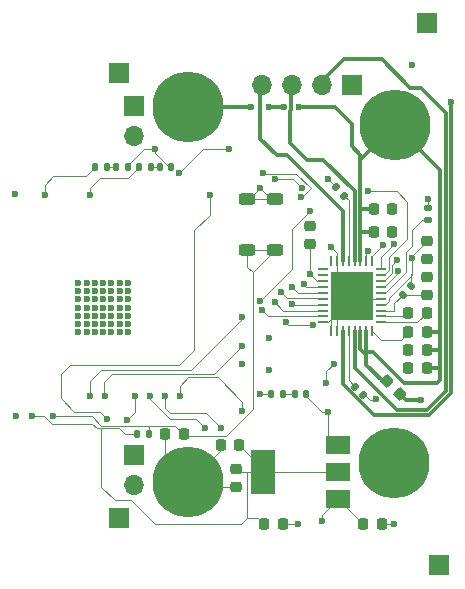
<source format=gbr>
%TF.GenerationSoftware,KiCad,Pcbnew,(6.0.0)*%
%TF.CreationDate,2022-03-11T17:00:34+01:00*%
%TF.ProjectId,CompactMotor,436f6d70-6163-4744-9d6f-746f722e6b69,rev?*%
%TF.SameCoordinates,Original*%
%TF.FileFunction,Copper,L4,Bot*%
%TF.FilePolarity,Positive*%
%FSLAX46Y46*%
G04 Gerber Fmt 4.6, Leading zero omitted, Abs format (unit mm)*
G04 Created by KiCad (PCBNEW (6.0.0)) date 2022-03-11 17:00:34*
%MOMM*%
%LPD*%
G01*
G04 APERTURE LIST*
G04 Aperture macros list*
%AMRoundRect*
0 Rectangle with rounded corners*
0 $1 Rounding radius*
0 $2 $3 $4 $5 $6 $7 $8 $9 X,Y pos of 4 corners*
0 Add a 4 corners polygon primitive as box body*
4,1,4,$2,$3,$4,$5,$6,$7,$8,$9,$2,$3,0*
0 Add four circle primitives for the rounded corners*
1,1,$1+$1,$2,$3*
1,1,$1+$1,$4,$5*
1,1,$1+$1,$6,$7*
1,1,$1+$1,$8,$9*
0 Add four rect primitives between the rounded corners*
20,1,$1+$1,$2,$3,$4,$5,0*
20,1,$1+$1,$4,$5,$6,$7,0*
20,1,$1+$1,$6,$7,$8,$9,0*
20,1,$1+$1,$8,$9,$2,$3,0*%
G04 Aperture macros list end*
%TA.AperFunction,SMDPad,CuDef*%
%ADD10RoundRect,0.147500X0.147500X0.172500X-0.147500X0.172500X-0.147500X-0.172500X0.147500X-0.172500X0*%
%TD*%
%TA.AperFunction,ComponentPad*%
%ADD11C,6.000000*%
%TD*%
%TA.AperFunction,ComponentPad*%
%ADD12R,1.700000X1.700000*%
%TD*%
%TA.AperFunction,SMDPad,CuDef*%
%ADD13RoundRect,0.135000X-0.135000X-0.185000X0.135000X-0.185000X0.135000X0.185000X-0.135000X0.185000X0*%
%TD*%
%TA.AperFunction,ComponentPad*%
%ADD14O,1.700000X1.700000*%
%TD*%
%TA.AperFunction,SMDPad,CuDef*%
%ADD15RoundRect,0.135000X0.226274X0.035355X0.035355X0.226274X-0.226274X-0.035355X-0.035355X-0.226274X0*%
%TD*%
%TA.AperFunction,SMDPad,CuDef*%
%ADD16RoundRect,0.225000X0.225000X0.250000X-0.225000X0.250000X-0.225000X-0.250000X0.225000X-0.250000X0*%
%TD*%
%TA.AperFunction,SMDPad,CuDef*%
%ADD17RoundRect,0.225000X-0.225000X-0.250000X0.225000X-0.250000X0.225000X0.250000X-0.225000X0.250000X0*%
%TD*%
%TA.AperFunction,SMDPad,CuDef*%
%ADD18RoundRect,0.225000X-0.250000X0.225000X-0.250000X-0.225000X0.250000X-0.225000X0.250000X0.225000X0*%
%TD*%
%TA.AperFunction,SMDPad,CuDef*%
%ADD19R,2.000000X1.500000*%
%TD*%
%TA.AperFunction,SMDPad,CuDef*%
%ADD20R,2.000000X3.800000*%
%TD*%
%TA.AperFunction,SMDPad,CuDef*%
%ADD21RoundRect,0.250000X-0.450000X-0.250000X0.450000X-0.250000X0.450000X0.250000X-0.450000X0.250000X0*%
%TD*%
%TA.AperFunction,SMDPad,CuDef*%
%ADD22RoundRect,0.135000X-0.185000X0.135000X-0.185000X-0.135000X0.185000X-0.135000X0.185000X0.135000X0*%
%TD*%
%TA.AperFunction,SMDPad,CuDef*%
%ADD23RoundRect,0.062500X-0.362500X-0.062500X0.362500X-0.062500X0.362500X0.062500X-0.362500X0.062500X0*%
%TD*%
%TA.AperFunction,SMDPad,CuDef*%
%ADD24RoundRect,0.062500X-0.062500X-0.362500X0.062500X-0.362500X0.062500X0.362500X-0.062500X0.362500X0*%
%TD*%
%TA.AperFunction,SMDPad,CuDef*%
%ADD25R,3.600000X4.100000*%
%TD*%
%TA.AperFunction,SMDPad,CuDef*%
%ADD26RoundRect,0.225000X0.335876X0.017678X0.017678X0.335876X-0.335876X-0.017678X-0.017678X-0.335876X0*%
%TD*%
%TA.AperFunction,SMDPad,CuDef*%
%ADD27RoundRect,0.135000X0.035355X-0.226274X0.226274X-0.035355X-0.035355X0.226274X-0.226274X0.035355X0*%
%TD*%
%TA.AperFunction,SMDPad,CuDef*%
%ADD28RoundRect,0.225000X0.250000X-0.225000X0.250000X0.225000X-0.250000X0.225000X-0.250000X-0.225000X0*%
%TD*%
%TA.AperFunction,ViaPad*%
%ADD29C,0.600000*%
%TD*%
%TA.AperFunction,Conductor*%
%ADD30C,0.120000*%
%TD*%
%TA.AperFunction,Conductor*%
%ADD31C,0.300000*%
%TD*%
G04 APERTURE END LIST*
D10*
%TO.P,D3,1,K*%
%TO.N,GNDREF*%
X3914000Y-9779000D03*
%TO.P,D3,2,A*%
%TO.N,Net-(D3-Pad2)*%
X2944000Y-9779000D03*
%TD*%
%TO.P,D2,1,K*%
%TO.N,GNDREF*%
X7597000Y-9779000D03*
%TO.P,D2,2,A*%
%TO.N,Net-(D2-Pad2)*%
X6627000Y-9779000D03*
%TD*%
%TO.P,D1,1,K*%
%TO.N,GNDREF*%
X19027000Y-28956000D03*
%TO.P,D1,2,A*%
%TO.N,Net-(D1-Pad2)*%
X18057000Y-28956000D03*
%TD*%
D11*
%TO.P, ,*%
%TO.N,VM*%
X26543000Y-6223000D03*
%TD*%
%TO.P, ,*%
%TO.N,GNDREF*%
X26416000Y-34798000D03*
%TD*%
%TO.P, ,*%
%TO.N,VM*%
X9017000Y-4699000D03*
%TD*%
%TO.P, ,*%
%TO.N,GNDREF*%
X9017000Y-36449000D03*
%TD*%
D12*
%TO.P,J8,1,Pin_1*%
%TO.N,STALLPLUS*%
X3175000Y-39497000D03*
%TD*%
D13*
%TO.P,R1,1*%
%TO.N,5V0*%
X16000000Y-28956000D03*
%TO.P,R1,2*%
%TO.N,Net-(D1-Pad2)*%
X17020000Y-28956000D03*
%TD*%
D12*
%TO.P,J2,1,Pin_1*%
%TO.N,RXD0*%
X4445000Y-4567000D03*
D14*
%TO.P,J2,2,Pin_2*%
%TO.N,TXD0*%
X4445000Y-7107000D03*
%TD*%
D13*
%TO.P,R6,1*%
%TO.N,3V3*%
X4697000Y-32385000D03*
%TO.P,R6,2*%
%TO.N,EN*%
X5717000Y-32385000D03*
%TD*%
D15*
%TO.P,R4,1*%
%TO.N,GNDREF*%
X23855624Y-29062624D03*
%TO.P,R4,2*%
%TO.N,Net-(R4-Pad2)*%
X23134376Y-28341376D03*
%TD*%
D16*
%TO.P,C9,1*%
%TO.N,EN*%
X8649000Y-32385000D03*
%TO.P,C9,2*%
%TO.N,GNDREF*%
X7099000Y-32385000D03*
%TD*%
D17*
%TO.P,C12,1*%
%TO.N,VM*%
X24752000Y-15240000D03*
%TO.P,C12,2*%
%TO.N,GNDREF*%
X26302000Y-15240000D03*
%TD*%
%TO.P,C2,1*%
%TO.N,3V3*%
X15481000Y-40005000D03*
%TO.P,C2,2*%
%TO.N,GNDREF*%
X17031000Y-40005000D03*
%TD*%
D16*
%TO.P,C7,1*%
%TO.N,VM*%
X29223000Y-23736000D03*
%TO.P,C7,2*%
%TO.N,Net-(C7-Pad2)*%
X27673000Y-23736000D03*
%TD*%
D18*
%TO.P,C10,1*%
%TO.N,3V3*%
X13081000Y-35293000D03*
%TO.P,C10,2*%
%TO.N,GNDREF*%
X13081000Y-36843000D03*
%TD*%
D12*
%TO.P,J7,1,Pin_1*%
%TO.N,5V0*%
X3175000Y-1778000D03*
%TD*%
D19*
%TO.P,U2,1,GND*%
%TO.N,GNDREF*%
X21692000Y-33260000D03*
D20*
%TO.P,U2,2,VO*%
%TO.N,3V3*%
X15392000Y-35560000D03*
D19*
X21692000Y-35560000D03*
%TO.P,U2,3,VI*%
%TO.N,5V0*%
X21692000Y-37860000D03*
%TD*%
D12*
%TO.P,J6,1,Pin_1*%
%TO.N,STALLMINUS*%
X30226000Y-43434000D03*
%TD*%
%TO.P,J1,1,Pin_1*%
%TO.N,Net-(J1-Pad1)*%
X22860000Y-2794000D03*
D14*
%TO.P,J1,2,Pin_2*%
%TO.N,Net-(J1-Pad2)*%
X20320000Y-2794000D03*
%TO.P,J1,3,Pin_3*%
%TO.N,Net-(J1-Pad3)*%
X17780000Y-2794000D03*
%TO.P,J1,4,Pin_4*%
%TO.N,Net-(J1-Pad4)*%
X15240000Y-2794000D03*
%TD*%
D13*
%TO.P,R7,1*%
%TO.N,Net-(R7-Pad1)*%
X4824000Y-9779000D03*
%TO.P,R7,2*%
%TO.N,Net-(D2-Pad2)*%
X5844000Y-9779000D03*
%TD*%
D16*
%TO.P,C11,1*%
%TO.N,3V3*%
X13348000Y-33274000D03*
%TO.P,C11,2*%
%TO.N,GNDREF*%
X11798000Y-33274000D03*
%TD*%
D21*
%TO.P,SW1,1,1*%
%TO.N,EN*%
X16383000Y-16764000D03*
X13983000Y-16764000D03*
%TO.P,SW1,2,2*%
%TO.N,GNDREF*%
X16383000Y-12464000D03*
X13983000Y-12464000D03*
%TD*%
D16*
%TO.P,C13,1*%
%TO.N,GNDREF*%
X26302000Y-13335000D03*
%TO.P,C13,2*%
%TO.N,VM*%
X24752000Y-13335000D03*
%TD*%
D22*
%TO.P,R2,1*%
%TO.N,5V0*%
X29337000Y-13206000D03*
%TO.P,R2,2*%
%TO.N,Net-(R2-Pad2)*%
X29337000Y-14226000D03*
%TD*%
D18*
%TO.P,C5,1*%
%TO.N,GNDREF*%
X29210000Y-19037000D03*
%TO.P,C5,2*%
%TO.N,Net-(C5-Pad2)*%
X29210000Y-20587000D03*
%TD*%
D23*
%TO.P,U3,1,CLK*%
%TO.N,GNDREF*%
X20410000Y-22900000D03*
%TO.P,U3,2,~{CS}_CFG3*%
%TO.N,CS*%
X20410000Y-22400000D03*
%TO.P,U3,3,SCK_CFG2*%
%TO.N,SCK*%
X20410000Y-21900000D03*
%TO.P,U3,4,SDI_CFG1*%
%TO.N,MOSI*%
X20410000Y-21400000D03*
%TO.P,U3,5,SDO_CFG0*%
%TO.N,MISO*%
X20410000Y-20900000D03*
%TO.P,U3,6,STEP*%
%TO.N,STEP*%
X20410000Y-20400000D03*
%TO.P,U3,7,DIR*%
%TO.N,DIR*%
X20410000Y-19900000D03*
%TO.P,U3,8,VCC_IO*%
%TO.N,5V0*%
X20410000Y-19400000D03*
%TO.P,U3,9,DNC*%
%TO.N,unconnected-(U3-Pad9)*%
X20410000Y-18900000D03*
%TO.P,U3,10,SPI_MODE*%
%TO.N,SPI_MODE*%
X20410000Y-18400000D03*
D24*
%TO.P,U3,11,NC*%
%TO.N,unconnected-(U3-Pad11)*%
X21110000Y-17700000D03*
%TO.P,U3,12,GNDP*%
%TO.N,GNDREF*%
X21610000Y-17700000D03*
%TO.P,U3,13,OB1*%
%TO.N,Net-(J1-Pad4)*%
X22110000Y-17700000D03*
%TO.P,U3,14,BRB*%
%TO.N,Net-(R5-Pad1)*%
X22610000Y-17700000D03*
%TO.P,U3,15,OB2*%
%TO.N,Net-(J1-Pad3)*%
X23110000Y-17700000D03*
%TO.P,U3,16,VS*%
%TO.N,VM*%
X23610000Y-17700000D03*
%TO.P,U3,17,DCO*%
%TO.N,DC0*%
X24110000Y-17700000D03*
%TO.P,U3,18,DCEN_CFG4*%
%TO.N,DCEN_CFG4*%
X24610000Y-17700000D03*
D23*
%TO.P,U3,19,DCIN_CFG5*%
%TO.N,DCIN_CFG5*%
X25310000Y-18400000D03*
%TO.P,U3,20,DIAG0*%
%TO.N,DIAG0*%
X25310000Y-18900000D03*
%TO.P,U3,21,DIAG1*%
%TO.N,DIAG1*%
X25310000Y-19400000D03*
%TO.P,U3,22,~{DRV_EN}_CFG6*%
%TO.N,TMC_EN*%
X25310000Y-19900000D03*
%TO.P,U3,23,AIN_IREF*%
%TO.N,Net-(R2-Pad2)*%
X25310000Y-20400000D03*
%TO.P,U3,24,GNDA*%
%TO.N,GNDREF*%
X25310000Y-20900000D03*
%TO.P,U3,25,5VOUT*%
%TO.N,5V0*%
X25310000Y-21400000D03*
%TO.P,U3,26,VCC*%
%TO.N,Net-(C5-Pad2)*%
X25310000Y-21900000D03*
%TO.P,U3,27,CPO*%
%TO.N,Net-(C3-Pad2)*%
X25310000Y-22400000D03*
%TO.P,U3,28,CPI*%
%TO.N,Net-(C3-Pad1)*%
X25310000Y-22900000D03*
D24*
%TO.P,U3,29,VCP*%
%TO.N,Net-(C7-Pad2)*%
X24610000Y-23600000D03*
%TO.P,U3,30,VSA*%
%TO.N,VM*%
X24110000Y-23600000D03*
%TO.P,U3,31,VS*%
X23610000Y-23600000D03*
%TO.P,U3,32,OA2*%
%TO.N,Net-(J1-Pad2)*%
X23110000Y-23600000D03*
%TO.P,U3,33,BRA*%
%TO.N,Net-(R4-Pad2)*%
X22610000Y-23600000D03*
%TO.P,U3,34,OA1*%
%TO.N,Net-(J1-Pad1)*%
X22110000Y-23600000D03*
%TO.P,U3,35,GNDP*%
%TO.N,GNDREF*%
X21610000Y-23600000D03*
%TO.P,U3,36,TST_MODE*%
X21110000Y-23600000D03*
D25*
%TO.P,U3,37,EP*%
X22860000Y-20650000D03*
%TD*%
D16*
%TO.P,C3,1*%
%TO.N,Net-(C3-Pad1)*%
X29223000Y-22098000D03*
%TO.P,C3,2*%
%TO.N,Net-(C3-Pad2)*%
X27673000Y-22098000D03*
%TD*%
D12*
%TO.P,J5,1,Pin_1*%
%TO.N,5V0*%
X29210000Y2413000D03*
%TD*%
D15*
%TO.P,R5,1*%
%TO.N,Net-(R5-Pad1)*%
X22225000Y-12192000D03*
%TO.P,R5,2*%
%TO.N,GNDREF*%
X21503752Y-11470752D03*
%TD*%
D26*
%TO.P,C8,1*%
%TO.N,GNDREF*%
X26964008Y-28996008D03*
%TO.P,C8,2*%
%TO.N,VM*%
X25867992Y-27899992D03*
%TD*%
D13*
%TO.P,R8,1*%
%TO.N,Net-(R8-Pad1)*%
X1141000Y-9779000D03*
%TO.P,R8,2*%
%TO.N,Net-(D3-Pad2)*%
X2161000Y-9779000D03*
%TD*%
D18*
%TO.P,C4,1*%
%TO.N,GNDREF*%
X19304000Y-14719000D03*
%TO.P,C4,2*%
%TO.N,5V0*%
X19304000Y-16269000D03*
%TD*%
D16*
%TO.P,C14,1*%
%TO.N,VM*%
X29223000Y-25260000D03*
%TO.P,C14,2*%
%TO.N,GNDREF*%
X27673000Y-25260000D03*
%TD*%
D17*
%TO.P,C1,1*%
%TO.N,5V0*%
X23863000Y-40005000D03*
%TO.P,C1,2*%
%TO.N,GNDREF*%
X25413000Y-40005000D03*
%TD*%
D27*
%TO.P,R3,1*%
%TO.N,Net-(C5-Pad2)*%
X27198376Y-20553624D03*
%TO.P,R3,2*%
%TO.N,5V0*%
X27919624Y-19832376D03*
%TD*%
D17*
%TO.P,C15,1*%
%TO.N,GNDREF*%
X27673000Y-26784000D03*
%TO.P,C15,2*%
%TO.N,VM*%
X29223000Y-26784000D03*
%TD*%
D28*
%TO.P,C6,1*%
%TO.N,GNDREF*%
X29210000Y-17539000D03*
%TO.P,C6,2*%
%TO.N,5V0*%
X29210000Y-15989000D03*
%TD*%
D12*
%TO.P,J3,1,Pin_1*%
%TO.N,GNDREF*%
X4445000Y-34163000D03*
D14*
%TO.P,J3,2,Pin_2*%
%TO.N,IO0*%
X4445000Y-36703000D03*
%TD*%
D29*
%TO.N,5V0*%
X19304000Y-18796000D03*
X15113000Y-28956000D03*
X29210000Y-15989000D03*
X29337000Y-12446000D03*
X20320000Y-39751000D03*
X27940000Y-1143000D03*
X27940000Y-17456000D03*
%TO.N,GNDREF*%
X1128000Y-23750000D03*
X-272000Y-21650000D03*
X13589000Y-26416000D03*
X428000Y-22350000D03*
X19304000Y-14732000D03*
X21360000Y-22150000D03*
X23610000Y-20650000D03*
X1828000Y-20250000D03*
X24360000Y-22150000D03*
X1828000Y-22350000D03*
X428000Y-20950000D03*
X21082000Y-16510000D03*
X1828000Y-23050000D03*
X2528000Y-20950000D03*
X1828000Y-23750000D03*
X1828000Y-21650000D03*
X3928000Y-20950000D03*
X23610000Y-22150000D03*
X3928000Y-23750000D03*
X24360000Y-19150000D03*
X20828000Y-10795000D03*
X-5669550Y-12065000D03*
X29210000Y-17526000D03*
X2528000Y-22350000D03*
X3228000Y-23750000D03*
X-272000Y-20250000D03*
X21360000Y-19900000D03*
X1828000Y-20950000D03*
X428000Y-23050000D03*
X22860000Y-20650000D03*
X-272000Y-20950000D03*
X3228000Y-20250000D03*
X18288000Y-40005000D03*
X22860000Y-21400000D03*
X428000Y-19550000D03*
X27686000Y-25260000D03*
X-5588000Y-30861000D03*
X23610000Y-19150000D03*
X15875000Y-24257000D03*
X3928000Y-20250000D03*
X2528000Y-23750000D03*
X3228000Y-19550000D03*
X15113000Y-11557000D03*
X21360000Y-21400000D03*
X2528000Y-21650000D03*
X2528000Y-23050000D03*
X1128000Y-23050000D03*
X20828000Y-30480000D03*
X-272000Y-19550000D03*
X29210000Y-19050000D03*
X27686000Y-26784000D03*
X24360000Y-21400000D03*
X428000Y-20250000D03*
X26289000Y-13335000D03*
X24360000Y-19900000D03*
X-272000Y-23050000D03*
X21360000Y-19150000D03*
X3928000Y-21650000D03*
X3228000Y-21650000D03*
X22110000Y-20650000D03*
X26289000Y-15240000D03*
X22110000Y-19900000D03*
X22110000Y-19150000D03*
X1128000Y-20250000D03*
X1128000Y-20950000D03*
X24360000Y-20650000D03*
X24892000Y-29402500D03*
X26416000Y-40005000D03*
X15875000Y-26924000D03*
X1128000Y-19550000D03*
X22860000Y-19900000D03*
X22860000Y-19150000D03*
X23610000Y-21400000D03*
X3228000Y-20950000D03*
X1828000Y-19550000D03*
X22860000Y-22150000D03*
X3228000Y-23050000D03*
X2528000Y-19550000D03*
X2528000Y-20250000D03*
X22110000Y-21400000D03*
X1128000Y-21650000D03*
X428000Y-21650000D03*
X428000Y-23750000D03*
X6223000Y-8255000D03*
X-272000Y-23750000D03*
X1128000Y-22350000D03*
X-272000Y-22350000D03*
X21360000Y-20650000D03*
X3928000Y-23050000D03*
X3228000Y-22350000D03*
X22110000Y-22150000D03*
X23610000Y-19900000D03*
X3928000Y-19550000D03*
X3928000Y-22350000D03*
X28702000Y-29464000D03*
%TO.N,3V3*%
X-4191000Y-30861000D03*
%TO.N,EN*%
X-2413000Y-30861000D03*
%TO.N,IO0*%
X2159000Y-31115000D03*
X10838000Y-12150000D03*
%TO.N,STALLPLUS*%
X5758000Y-29150000D03*
X10414000Y-31848500D03*
%TO.N,STALLMINUS*%
X11811000Y-31877000D03*
X7028000Y-29150000D03*
%TO.N,SCK*%
X16383000Y-21209000D03*
%TO.N,DIR*%
X18669000Y-11557000D03*
X18796000Y-19685000D03*
X16411500Y-10795000D03*
%TO.N,STEP*%
X18542000Y-12319000D03*
X17850015Y-19939000D03*
X15367000Y-10258500D03*
%TO.N,TMC_EN*%
X12446000Y-8255000D03*
X26785876Y-18542990D03*
X8255000Y-10258500D03*
%TO.N,CS*%
X15240000Y-21844000D03*
%TO.N,MISO*%
X16891004Y-20320000D03*
%TO.N,MOSI*%
X17780000Y-21336000D03*
%TO.N,DC0*%
X20701000Y-28067000D03*
X24257000Y-16891000D03*
X21336000Y-26416000D03*
X8298000Y-29150000D03*
X13610558Y-30374558D03*
%TO.N,DCEN_CFG4*%
X25527000Y-16383000D03*
%TO.N,DCIN_CFG5*%
X26416000Y-16256000D03*
%TO.N,DIAG0*%
X19304000Y-13462000D03*
X678000Y-29150000D03*
X24257000Y-11811000D03*
X15113000Y-21082000D03*
X13589000Y-22479000D03*
%TO.N,DIAG1*%
X26670000Y-17653000D03*
X19558000Y-23114000D03*
X1948000Y-29150000D03*
X17272000Y-22879500D03*
X13589000Y-24892000D03*
%TO.N,Net-(J1-Pad1)*%
X31280519Y-4229519D03*
%TO.N,VM*%
X18415000Y-4699000D03*
X17145000Y-4699000D03*
X15875000Y-4699000D03*
X14351000Y-4699000D03*
%TO.N,Net-(JP2-Pad2)*%
X4488000Y-29150000D03*
X3848393Y-31128129D03*
%TO.N,Net-(R7-Pad1)*%
X678000Y-12150000D03*
%TO.N,Net-(R8-Pad1)*%
X-3132000Y-12150000D03*
%TD*%
D30*
%TO.N,5V0*%
X23863000Y-40005000D02*
X21718000Y-37860000D01*
X21692000Y-37860000D02*
X20320000Y-39232000D01*
X19908000Y-19400000D02*
X19304000Y-18796000D01*
X26035000Y-21082000D02*
X25717000Y-21400000D01*
X29337000Y-13206000D02*
X29337000Y-12446000D01*
X27940000Y-18923000D02*
X26035000Y-20828000D01*
X27919624Y-18816376D02*
X27940000Y-18796000D01*
X20320000Y-39232000D02*
X20320000Y-39751000D01*
X19304000Y-16269000D02*
X19304000Y-18796000D01*
X21718000Y-37860000D02*
X21692000Y-37860000D01*
X27940000Y-17259000D02*
X29210000Y-15989000D01*
X27940000Y-18796000D02*
X27940000Y-18923000D01*
X27919624Y-19832376D02*
X27919624Y-18816376D01*
X27940000Y-17456000D02*
X27940000Y-17259000D01*
X20410000Y-19400000D02*
X19908000Y-19400000D01*
X27940000Y-17456000D02*
X27940000Y-18796000D01*
X26035000Y-20828000D02*
X26035000Y-21082000D01*
X25717000Y-21400000D02*
X25310000Y-21400000D01*
X16000000Y-28956000D02*
X15113000Y-28956000D01*
%TO.N,GNDREF*%
X13081000Y-36843000D02*
X9411000Y-36843000D01*
D31*
X26964008Y-28996008D02*
X27432000Y-29464000D01*
D30*
X29210000Y-17539000D02*
X29210000Y-17526000D01*
X16020000Y-12464000D02*
X15113000Y-11557000D01*
X21610000Y-17700000D02*
X21610000Y-19400000D01*
D31*
X27432000Y-29464000D02*
X28702000Y-29464000D01*
D30*
X21503752Y-11470752D02*
X20828000Y-10795000D01*
X25413000Y-40005000D02*
X26416000Y-40005000D01*
X21110000Y-23600000D02*
X21110000Y-22400000D01*
X20860000Y-22900000D02*
X22860000Y-20900000D01*
X21610000Y-17038000D02*
X21082000Y-16510000D01*
X21610000Y-19400000D02*
X22860000Y-20650000D01*
X21610000Y-17700000D02*
X21610000Y-17038000D01*
X24384000Y-29464000D02*
X24830500Y-29464000D01*
X20386000Y-30480000D02*
X18862000Y-28956000D01*
X27673000Y-26784000D02*
X27686000Y-26784000D01*
X21610000Y-23600000D02*
X21610000Y-21900000D01*
X27673000Y-25260000D02*
X27686000Y-25260000D01*
X15113000Y-11557000D02*
X14206000Y-12464000D01*
X21110000Y-22400000D02*
X22860000Y-20650000D01*
X11798000Y-33274000D02*
X11798000Y-33668000D01*
X5273000Y-8255000D02*
X3749000Y-9779000D01*
X22860000Y-20900000D02*
X22860000Y-20650000D01*
X7099000Y-34531000D02*
X9017000Y-36449000D01*
X29210000Y-19037000D02*
X29210000Y-19050000D01*
X7099000Y-32385000D02*
X7099000Y-34531000D01*
X24830500Y-29464000D02*
X24892000Y-29402500D01*
X20828000Y-30480000D02*
X20828000Y-32396000D01*
X25310000Y-20900000D02*
X23110000Y-20900000D01*
X23982624Y-29062624D02*
X24384000Y-29464000D01*
X6223000Y-8255000D02*
X5273000Y-8255000D01*
X23855624Y-29062624D02*
X23982624Y-29062624D01*
X13983000Y-12464000D02*
X16383000Y-12464000D01*
X20828000Y-32396000D02*
X21692000Y-33260000D01*
X19304000Y-14719000D02*
X19304000Y-14732000D01*
X11798000Y-33668000D02*
X9017000Y-36449000D01*
X26302000Y-15240000D02*
X26289000Y-15240000D01*
X26302000Y-13335000D02*
X26289000Y-13335000D01*
X23110000Y-20900000D02*
X22860000Y-20650000D01*
X17031000Y-40005000D02*
X18288000Y-40005000D01*
X6223000Y-8255000D02*
X6223000Y-8584700D01*
X20410000Y-22900000D02*
X20860000Y-22900000D01*
X9411000Y-36843000D02*
X9017000Y-36449000D01*
X20828000Y-30480000D02*
X20386000Y-30480000D01*
X7417300Y-9779000D02*
X7432000Y-9779000D01*
X6223000Y-8584700D02*
X7417300Y-9779000D01*
%TO.N,3V3*%
X-2540000Y-31496000D02*
X-3175000Y-30861000D01*
X4697000Y-32385000D02*
X3683000Y-32385000D01*
X889000Y-31496000D02*
X-2540000Y-31496000D01*
X13348000Y-35560000D02*
X13081000Y-35293000D01*
X21692000Y-35560000D02*
X15392000Y-35560000D01*
X-3175000Y-30861000D02*
X-4191000Y-30861000D01*
X14973000Y-39497000D02*
X15481000Y-40005000D01*
X1269999Y-31876999D02*
X889000Y-31496000D01*
X3683000Y-32385000D02*
X3174999Y-31876999D01*
X4191000Y-37973000D02*
X2794000Y-37973000D01*
X1651000Y-36830000D02*
X1651000Y-31877000D01*
X13970000Y-35560000D02*
X13970000Y-39497000D01*
X6223000Y-40005000D02*
X4191000Y-37973000D01*
X13462000Y-40005000D02*
X6223000Y-40005000D01*
X13970000Y-39497000D02*
X13462000Y-40005000D01*
X3174999Y-31876999D02*
X1269999Y-31876999D01*
X15392000Y-35318000D02*
X13348000Y-33274000D01*
X13970000Y-39497000D02*
X14973000Y-39497000D01*
X15392000Y-35560000D02*
X15392000Y-35318000D01*
X2794000Y-37973000D02*
X1651000Y-36830000D01*
X15392000Y-35560000D02*
X13348000Y-35560000D01*
%TO.N,Net-(D1-Pad2)*%
X17020000Y-28956000D02*
X18222000Y-28956000D01*
%TO.N,EN*%
X889000Y-30861000D02*
X1665480Y-31637480D01*
X8649000Y-32385000D02*
X8776000Y-32512000D01*
X14478000Y-18669000D02*
X16383000Y-16764000D01*
X7901480Y-31637480D02*
X8649000Y-32385000D01*
X5717000Y-31653960D02*
X5700520Y-31637480D01*
X14478000Y-30226000D02*
X14478000Y-18669000D01*
X16383000Y-16764000D02*
X13983000Y-16764000D01*
X13983000Y-18174000D02*
X14478000Y-18669000D01*
X13983000Y-16764000D02*
X13983000Y-18174000D01*
X12192000Y-32512000D02*
X14478000Y-30226000D01*
X-2413000Y-30861000D02*
X889000Y-30861000D01*
X1665480Y-31637480D02*
X5700520Y-31637480D01*
X8776000Y-32512000D02*
X12192000Y-32512000D01*
X5717000Y-32385000D02*
X5717000Y-31653960D01*
X5700520Y-31637480D02*
X7901480Y-31637480D01*
%TO.N,Net-(D2-Pad2)*%
X5844000Y-9779000D02*
X6792000Y-9779000D01*
%TO.N,Net-(D3-Pad2)*%
X2161000Y-9779000D02*
X3109000Y-9779000D01*
%TO.N,IO0*%
X9525000Y-25273000D02*
X9525000Y-15113000D01*
X-1016000Y-26543000D02*
X8255000Y-26543000D01*
X10838000Y-13800000D02*
X10838000Y-12150000D01*
X-635000Y-30480000D02*
X-1778000Y-29337000D01*
X-1778000Y-27305000D02*
X-1016000Y-26543000D01*
X-1778000Y-29337000D02*
X-1778000Y-27305000D01*
X9525000Y-15113000D02*
X10838000Y-13800000D01*
X1524000Y-30480000D02*
X-635000Y-30480000D01*
X8255000Y-26543000D02*
X9525000Y-25273000D01*
X2159000Y-31115000D02*
X1524000Y-30480000D01*
%TO.N,STALLPLUS*%
X7493000Y-31115000D02*
X5758000Y-29380000D01*
X5758000Y-29380000D02*
X5758000Y-29150000D01*
X9680500Y-31115000D02*
X7493000Y-31115000D01*
X10414000Y-31848500D02*
X9680500Y-31115000D01*
%TO.N,STALLMINUS*%
X7493000Y-30607000D02*
X7028000Y-30142000D01*
X7028000Y-30142000D02*
X7028000Y-29150000D01*
X11811000Y-31877000D02*
X10541000Y-30607000D01*
X10541000Y-30607000D02*
X7493000Y-30607000D01*
%TO.N,SCK*%
X16383000Y-21209000D02*
X17074000Y-21900000D01*
X17074000Y-21900000D02*
X20410000Y-21900000D01*
%TO.N,DIR*%
X17907000Y-10795000D02*
X18669000Y-11557000D01*
X18796000Y-19685000D02*
X19011000Y-19900000D01*
X19011000Y-19900000D02*
X20410000Y-19900000D01*
X16411500Y-10795000D02*
X17907000Y-10795000D01*
%TO.N,STEP*%
X18669000Y-12319000D02*
X18542000Y-12319000D01*
X19431000Y-11557000D02*
X18669000Y-12319000D01*
X17850015Y-19939000D02*
X18311015Y-20400000D01*
X18182558Y-10308558D02*
X19431000Y-11557000D01*
X18311015Y-20400000D02*
X20410000Y-20400000D01*
X15367000Y-10258500D02*
X15417058Y-10308558D01*
X15417058Y-10308558D02*
X18182558Y-10308558D01*
%TO.N,TMC_EN*%
X10258500Y-8255000D02*
X12446000Y-8255000D01*
X26785876Y-18691391D02*
X25577267Y-19900000D01*
X26785876Y-18542990D02*
X26785876Y-18691391D01*
X25577267Y-19900000D02*
X25310000Y-19900000D01*
X8255000Y-10258500D02*
X10258500Y-8255000D01*
%TO.N,CS*%
X15796000Y-22400000D02*
X20410000Y-22400000D01*
X15240000Y-21844000D02*
X15796000Y-22400000D01*
%TO.N,MISO*%
X20410000Y-20900000D02*
X20366489Y-20856489D01*
X20366489Y-20856489D02*
X17427493Y-20856489D01*
X17427493Y-20856489D02*
X16891004Y-20320000D01*
%TO.N,MOSI*%
X17780000Y-21336000D02*
X17844000Y-21400000D01*
X17844000Y-21400000D02*
X20410000Y-21400000D01*
%TO.N,DC0*%
X8298000Y-28278000D02*
X8298000Y-29150000D01*
X13610558Y-30374558D02*
X13610558Y-29612558D01*
X24110000Y-17700000D02*
X24110000Y-17038000D01*
X11557000Y-27559000D02*
X9017000Y-27559000D01*
X24110000Y-17038000D02*
X24257000Y-16891000D01*
X20701000Y-27051000D02*
X20701000Y-28067000D01*
X21336000Y-26416000D02*
X20701000Y-27051000D01*
X13610558Y-29612558D02*
X11557000Y-27559000D01*
X9017000Y-27559000D02*
X8298000Y-28278000D01*
%TO.N,DCEN_CFG4*%
X25527000Y-16383000D02*
X24610000Y-17300000D01*
X24610000Y-17300000D02*
X24610000Y-17700000D01*
%TO.N,DCIN_CFG5*%
X26416000Y-16256000D02*
X25310000Y-17362000D01*
X25310000Y-17362000D02*
X25310000Y-18400000D01*
%TO.N,DIAG0*%
X26035000Y-17399000D02*
X27559000Y-15875000D01*
X25577267Y-18900000D02*
X26035000Y-18442267D01*
X27559000Y-15875000D02*
X27559000Y-12700000D01*
X678000Y-27897000D02*
X678000Y-29150000D01*
X15113000Y-21082000D02*
X17780000Y-18415000D01*
X17780000Y-14986000D02*
X19304000Y-13462000D01*
X25310000Y-18900000D02*
X25577267Y-18900000D01*
X26035000Y-18442267D02*
X26035000Y-17399000D01*
X27559000Y-12700000D02*
X26670000Y-11811000D01*
X17780000Y-18415000D02*
X17780000Y-14986000D01*
X13589000Y-22479000D02*
X13589000Y-22606000D01*
X1651000Y-26924000D02*
X678000Y-27897000D01*
X13589000Y-22606000D02*
X9271000Y-26924000D01*
X26670000Y-11811000D02*
X24257000Y-11811000D01*
X9271000Y-26924000D02*
X1651000Y-26924000D01*
%TO.N,DIAG1*%
X1905000Y-27940000D02*
X1905000Y-29107000D01*
X13589000Y-24892000D02*
X11176000Y-27305000D01*
X17506500Y-23114000D02*
X17272000Y-22879500D01*
X2540000Y-27305000D02*
X1905000Y-27940000D01*
X19558000Y-23114000D02*
X17506500Y-23114000D01*
X25310000Y-19400000D02*
X25594022Y-19400000D01*
X26274520Y-18048480D02*
X26670000Y-17653000D01*
X1905000Y-29107000D02*
X1948000Y-29150000D01*
X26274520Y-18719502D02*
X26274520Y-18048480D01*
X25594022Y-19400000D02*
X26274520Y-18719502D01*
X11176000Y-27305000D02*
X2540000Y-27305000D01*
%TO.N,Net-(C3-Pad1)*%
X25310000Y-22900000D02*
X28421000Y-22900000D01*
X28421000Y-22900000D02*
X29223000Y-22098000D01*
%TO.N,Net-(C3-Pad2)*%
X27673000Y-22098000D02*
X27371000Y-22400000D01*
X27371000Y-22400000D02*
X25310000Y-22400000D01*
%TO.N,Net-(C5-Pad2)*%
X26487000Y-21900000D02*
X25310000Y-21900000D01*
X27198376Y-20553624D02*
X27231752Y-20587000D01*
X26487000Y-21900000D02*
X26487000Y-21265000D01*
X26487000Y-21265000D02*
X27198376Y-20553624D01*
X27231752Y-20587000D02*
X29210000Y-20587000D01*
%TO.N,Net-(C7-Pad2)*%
X27043480Y-24365520D02*
X25375520Y-24365520D01*
X25375520Y-24365520D02*
X24610000Y-23600000D01*
X27673000Y-23736000D02*
X27043480Y-24365520D01*
D31*
%TO.N,Net-(J1-Pad1)*%
X22110000Y-28150707D02*
X22110000Y-23600000D01*
X31280519Y-28875771D02*
X29383770Y-30772520D01*
X29383770Y-30772520D02*
X24731813Y-30772520D01*
X31280519Y-4229519D02*
X31280519Y-28875771D01*
X24731813Y-30772520D02*
X22110000Y-28150707D01*
%TO.N,Net-(J1-Pad2)*%
X23110000Y-23600000D02*
X23110000Y-26793000D01*
X25400000Y-635000D02*
X22225000Y-635000D01*
X29210000Y-30353000D02*
X30861000Y-28702000D01*
X27813000Y-3048000D02*
X25400000Y-635000D01*
X30861000Y-5207000D02*
X28702000Y-3048000D01*
X28702000Y-3048000D02*
X27813000Y-3048000D01*
X26670000Y-30353000D02*
X29210000Y-30353000D01*
X22225000Y-635000D02*
X20193000Y-2667000D01*
X30861000Y-28702000D02*
X30861000Y-5207000D01*
X23110000Y-26793000D02*
X26670000Y-30353000D01*
%TO.N,Net-(J1-Pad3)*%
X20447000Y-9144000D02*
X19050000Y-9144000D01*
X23110000Y-17700000D02*
X23110000Y-11807000D01*
X17714511Y-4934900D02*
X17714511Y-2728511D01*
X17653000Y-7747000D02*
X17653000Y-4996411D01*
X23110000Y-11807000D02*
X20447000Y-9144000D01*
X17653000Y-4996411D02*
X17714511Y-4934900D01*
X19050000Y-9144000D02*
X17653000Y-7747000D01*
%TO.N,Net-(J1-Pad4)*%
X22110000Y-13474000D02*
X17399000Y-8763000D01*
X15113000Y-7366000D02*
X15113000Y-2667000D01*
X17399000Y-8763000D02*
X16510000Y-8763000D01*
X16510000Y-8763000D02*
X15113000Y-7366000D01*
X22110000Y-17700000D02*
X22110000Y-13474000D01*
D30*
%TO.N,Net-(R2-Pad2)*%
X27432000Y-18669000D02*
X27432000Y-16934132D01*
X27940000Y-15113000D02*
X28827000Y-14226000D01*
X27940000Y-16426132D02*
X27940000Y-15113000D01*
X25701000Y-20400000D02*
X27432000Y-18669000D01*
X28827000Y-14226000D02*
X29337000Y-14226000D01*
X27432000Y-16934132D02*
X27940000Y-16426132D01*
X25310000Y-20400000D02*
X25701000Y-20400000D01*
%TO.N,Net-(R4-Pad2)*%
X22610000Y-23600000D02*
X22610000Y-27817000D01*
X22610000Y-27817000D02*
X23134376Y-28341376D01*
%TO.N,Net-(R5-Pad1)*%
X22610000Y-12577000D02*
X22610000Y-17700000D01*
X22225000Y-12192000D02*
X22610000Y-12577000D01*
D31*
%TO.N,VM*%
X9017000Y-4699000D02*
X14351000Y-4699000D01*
X23610000Y-15252000D02*
X23610000Y-13323000D01*
X25486992Y-27899992D02*
X25867992Y-27899992D01*
X30353000Y-26784000D02*
X30353000Y-27800000D01*
X30226000Y-25260000D02*
X30353000Y-25387000D01*
X23610000Y-25134000D02*
X23610000Y-23600000D01*
X22860000Y-6096000D02*
X22860000Y-8001000D01*
X29223000Y-23736000D02*
X30226000Y-23736000D01*
X30353000Y-23609000D02*
X30353000Y-25387000D01*
X24658000Y-25420000D02*
X24110000Y-25420000D01*
X24752000Y-15240000D02*
X23622000Y-15240000D01*
X30353000Y-23609000D02*
X30353000Y-10033000D01*
X27292000Y-28054000D02*
X24658000Y-25420000D01*
X21463000Y-4699000D02*
X22860000Y-6096000D01*
X23622000Y-15240000D02*
X23610000Y-15252000D01*
X23622000Y-13335000D02*
X23610000Y-13323000D01*
X22860000Y-8001000D02*
X23610000Y-8751000D01*
X29223000Y-26784000D02*
X30353000Y-26784000D01*
X30099000Y-28054000D02*
X27292000Y-28054000D01*
X24110000Y-25634000D02*
X23610000Y-25134000D01*
X30353000Y-10033000D02*
X26543000Y-6223000D01*
X15875000Y-4699000D02*
X17145000Y-4699000D01*
X30353000Y-25387000D02*
X30353000Y-26784000D01*
X18415000Y-4699000D02*
X21463000Y-4699000D01*
X30226000Y-23736000D02*
X30353000Y-23609000D01*
X24110000Y-26523000D02*
X25486992Y-27899992D01*
X24110000Y-26523000D02*
X24110000Y-23600000D01*
X29223000Y-25260000D02*
X30226000Y-25260000D01*
X23610000Y-8751000D02*
X23610000Y-13323000D01*
X23610000Y-9156000D02*
X26543000Y-6223000D01*
X23610000Y-17700000D02*
X23610000Y-15252000D01*
X30353000Y-27800000D02*
X30099000Y-28054000D01*
X24752000Y-13335000D02*
X23622000Y-13335000D01*
D30*
%TO.N,Net-(JP2-Pad2)*%
X3848393Y-31128129D02*
X4488000Y-30488522D01*
X4488000Y-30488522D02*
X4488000Y-29150000D01*
%TO.N,Net-(R7-Pad1)*%
X1524000Y-10668000D02*
X3935000Y-10668000D01*
X3935000Y-10668000D02*
X4824000Y-9779000D01*
X678000Y-12150000D02*
X678000Y-11514000D01*
X678000Y-11514000D02*
X1524000Y-10668000D01*
%TO.N,Net-(R8-Pad1)*%
X-2413000Y-10541000D02*
X379000Y-10541000D01*
X-3132000Y-12150000D02*
X-3132000Y-11260000D01*
X379000Y-10541000D02*
X1141000Y-9779000D01*
X-3132000Y-11260000D02*
X-2413000Y-10541000D01*
%TD*%
M02*

</source>
